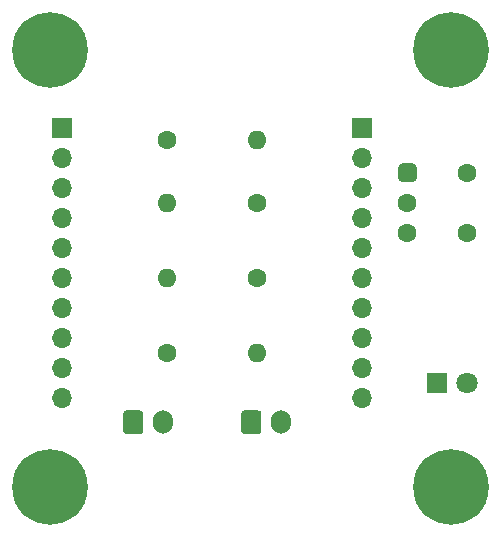
<source format=gbr>
%TF.GenerationSoftware,KiCad,Pcbnew,(5.1.9)-1*%
%TF.CreationDate,2022-07-09T00:28:58+09:00*%
%TF.ProjectId,Transmitter,5472616e-736d-4697-9474-65722e6b6963,rev?*%
%TF.SameCoordinates,Original*%
%TF.FileFunction,Soldermask,Bot*%
%TF.FilePolarity,Negative*%
%FSLAX46Y46*%
G04 Gerber Fmt 4.6, Leading zero omitted, Abs format (unit mm)*
G04 Created by KiCad (PCBNEW (5.1.9)-1) date 2022-07-09 00:28:58*
%MOMM*%
%LPD*%
G01*
G04 APERTURE LIST*
%ADD10O,1.700000X2.000000*%
%ADD11R,1.700000X1.700000*%
%ADD12O,1.700000X1.700000*%
%ADD13C,1.600000*%
%ADD14O,1.600000X1.600000*%
%ADD15R,1.800000X1.800000*%
%ADD16C,1.800000*%
%ADD17C,6.400000*%
%ADD18C,0.800000*%
G04 APERTURE END LIST*
%TO.C,J6*%
G36*
G01*
X147220000Y-108240000D02*
X147220000Y-106740000D01*
G75*
G02*
X147470000Y-106490000I250000J0D01*
G01*
X148670000Y-106490000D01*
G75*
G02*
X148920000Y-106740000I0J-250000D01*
G01*
X148920000Y-108240000D01*
G75*
G02*
X148670000Y-108490000I-250000J0D01*
G01*
X147470000Y-108490000D01*
G75*
G02*
X147220000Y-108240000I0J250000D01*
G01*
G37*
D10*
X150570000Y-107490000D03*
%TD*%
D11*
%TO.C,J3*%
X132080000Y-82550000D03*
D12*
X132080000Y-85090000D03*
X132080000Y-87630000D03*
X132080000Y-90170000D03*
X132080000Y-92710000D03*
X132080000Y-95250000D03*
X132080000Y-97790000D03*
X132080000Y-100330000D03*
X132080000Y-102870000D03*
X132080000Y-105410000D03*
%TD*%
%TO.C,J4*%
X157480000Y-105410000D03*
X157480000Y-102870000D03*
X157480000Y-100330000D03*
X157480000Y-97790000D03*
X157480000Y-95250000D03*
X157480000Y-92710000D03*
X157480000Y-90170000D03*
X157480000Y-87630000D03*
X157480000Y-85090000D03*
D11*
X157480000Y-82550000D03*
%TD*%
%TO.C,J5*%
G36*
G01*
X137220000Y-108240000D02*
X137220000Y-106740000D01*
G75*
G02*
X137470000Y-106490000I250000J0D01*
G01*
X138670000Y-106490000D01*
G75*
G02*
X138920000Y-106740000I0J-250000D01*
G01*
X138920000Y-108240000D01*
G75*
G02*
X138670000Y-108490000I-250000J0D01*
G01*
X137470000Y-108490000D01*
G75*
G02*
X137220000Y-108240000I0J250000D01*
G01*
G37*
D10*
X140570000Y-107490000D03*
%TD*%
D13*
%TO.C,SW1*%
X166370000Y-91440000D03*
X166370000Y-86360000D03*
G36*
G01*
X162090000Y-85960000D02*
X162090000Y-86760000D01*
G75*
G02*
X161690000Y-87160000I-400000J0D01*
G01*
X160890000Y-87160000D01*
G75*
G02*
X160490000Y-86760000I0J400000D01*
G01*
X160490000Y-85960000D01*
G75*
G02*
X160890000Y-85560000I400000J0D01*
G01*
X161690000Y-85560000D01*
G75*
G02*
X162090000Y-85960000I0J-400000D01*
G01*
G37*
X161290000Y-88900000D03*
X161290000Y-91440000D03*
%TD*%
%TO.C,R1*%
X140970000Y-83600000D03*
D14*
X148590000Y-83600000D03*
%TD*%
D13*
%TO.C,R2*%
X148590000Y-88900000D03*
D14*
X140970000Y-88900000D03*
%TD*%
D13*
%TO.C,R3*%
X148590000Y-95250000D03*
D14*
X140970000Y-95250000D03*
%TD*%
D15*
%TO.C,D1*%
X163830000Y-104140000D03*
D16*
X166370000Y-104140000D03*
%TD*%
D17*
%TO.C,H1*%
X131000000Y-76000000D03*
D18*
X133400000Y-76000000D03*
X132697056Y-77697056D03*
X131000000Y-78400000D03*
X129302944Y-77697056D03*
X128600000Y-76000000D03*
X129302944Y-74302944D03*
X131000000Y-73600000D03*
X132697056Y-74302944D03*
%TD*%
%TO.C,H2*%
X132697056Y-111302944D03*
X131000000Y-110600000D03*
X129302944Y-111302944D03*
X128600000Y-113000000D03*
X129302944Y-114697056D03*
X131000000Y-115400000D03*
X132697056Y-114697056D03*
X133400000Y-113000000D03*
D17*
X131000000Y-113000000D03*
%TD*%
%TO.C,H3*%
X165000000Y-113000000D03*
D18*
X167400000Y-113000000D03*
X166697056Y-114697056D03*
X165000000Y-115400000D03*
X163302944Y-114697056D03*
X162600000Y-113000000D03*
X163302944Y-111302944D03*
X165000000Y-110600000D03*
X166697056Y-111302944D03*
%TD*%
%TO.C,H4*%
X166697056Y-74302944D03*
X165000000Y-73600000D03*
X163302944Y-74302944D03*
X162600000Y-76000000D03*
X163302944Y-77697056D03*
X165000000Y-78400000D03*
X166697056Y-77697056D03*
X167400000Y-76000000D03*
D17*
X165000000Y-76000000D03*
%TD*%
D13*
%TO.C,R4*%
X140970000Y-101600000D03*
D14*
X148590000Y-101600000D03*
%TD*%
M02*

</source>
